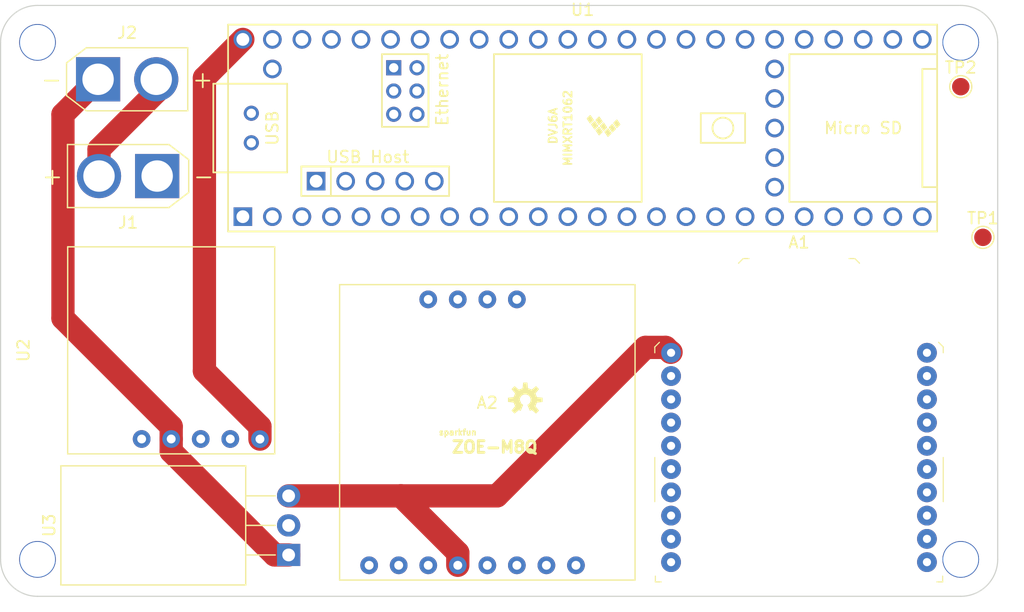
<source format=kicad_pcb>
(kicad_pcb (version 20171130) (host pcbnew "(5.1.10)-1")

  (general
    (thickness 1.6)
    (drawings 8)
    (tracks 26)
    (zones 0)
    (modules 9)
    (nets 72)
  )

  (page A4)
  (layers
    (0 F.Cu signal)
    (31 B.Cu signal)
    (32 B.Adhes user)
    (33 F.Adhes user)
    (34 B.Paste user)
    (35 F.Paste user)
    (36 B.SilkS user)
    (37 F.SilkS user)
    (38 B.Mask user)
    (39 F.Mask user)
    (40 Dwgs.User user)
    (41 Cmts.User user)
    (42 Eco1.User user)
    (43 Eco2.User user)
    (44 Edge.Cuts user)
    (45 Margin user)
    (46 B.CrtYd user)
    (47 F.CrtYd user)
    (48 B.Fab user)
    (49 F.Fab user)
  )

  (setup
    (last_trace_width 2)
    (user_trace_width 0.25)
    (user_trace_width 0.4)
    (user_trace_width 0.6)
    (user_trace_width 1)
    (user_trace_width 2)
    (user_trace_width 4)
    (trace_clearance 0.2)
    (zone_clearance 0.508)
    (zone_45_only no)
    (trace_min 0.2)
    (via_size 0.8)
    (via_drill 0.4)
    (via_min_size 0.4)
    (via_min_drill 0.3)
    (user_via 0.4 0.3)
    (user_via 0.5 0.4)
    (user_via 1.25 1)
    (user_via 3.15 3)
    (uvia_size 0.3)
    (uvia_drill 0.1)
    (uvias_allowed no)
    (uvia_min_size 0.2)
    (uvia_min_drill 0.1)
    (edge_width 0.05)
    (segment_width 0.2)
    (pcb_text_width 0.3)
    (pcb_text_size 1.5 1.5)
    (mod_edge_width 0.12)
    (mod_text_size 1 1)
    (mod_text_width 0.15)
    (pad_size 3.8 3.8)
    (pad_drill 2.7)
    (pad_to_mask_clearance 0)
    (aux_axis_origin 0 0)
    (visible_elements 7FFFFFFF)
    (pcbplotparams
      (layerselection 0x010fc_ffffffff)
      (usegerberextensions true)
      (usegerberattributes true)
      (usegerberadvancedattributes true)
      (creategerberjobfile false)
      (excludeedgelayer true)
      (linewidth 0.100000)
      (plotframeref false)
      (viasonmask false)
      (mode 1)
      (useauxorigin false)
      (hpglpennumber 1)
      (hpglpenspeed 20)
      (hpglpendiameter 15.000000)
      (psnegative false)
      (psa4output false)
      (plotreference true)
      (plotvalue false)
      (plotinvisibletext false)
      (padsonsilk false)
      (subtractmaskfromsilk true)
      (outputformat 1)
      (mirror false)
      (drillshape 0)
      (scaleselection 1)
      (outputdirectory "../gerbers/attempt2/"))
  )

  (net 0 "")
  (net 1 GND)
  (net 2 +5V)
  (net 3 "Net-(J1-Pad2)")
  (net 4 "Net-(TP1-Pad1)")
  (net 5 "Net-(A2-Pad9)")
  (net 6 +3V3)
  (net 7 /XBEE_TX)
  (net 8 /XBEE_RX)
  (net 9 /XBee_MISO)
  (net 10 /XBee_Reset)
  (net 11 /XBee_PWM)
  (net 12 /XBEE_SDA)
  (net 13 "Net-(A1-Pad8)")
  (net 14 /XBee_DTR)
  (net 15 /XBee_MOSI)
  (net 16 "Net-(A1-Pad12)")
  (net 17 /XBEE_SLEEP)
  (net 18 "Net-(A1-Pad14)")
  (net 19 "Net-(A1-Pad15)")
  (net 20 "Net-(A1-Pad16)")
  (net 21 /XBee_CS)
  (net 22 /XBee_SCK)
  (net 23 /XBEE_SCL)
  (net 24 "Net-(A1-Pad20)")
  (net 25 /GPS_PPS)
  (net 26 /GPS_RESET)
  (net 27 /GPS_INT)
  (net 28 /GPS_RX)
  (net 29 "Net-(A2-Pad1)")
  (net 30 /GPS_TX)
  (net 31 /GPS_SDA)
  (net 32 "Net-(A2-Pad5)")
  (net 33 /GPS_SCL)
  (net 34 "Net-(J2-Pad1)")
  (net 35 "Net-(U1-Pad49)")
  (net 36 "Net-(U1-Pad57)")
  (net 37 "Net-(U1-Pad56)")
  (net 38 "Net-(U1-Pad45)")
  (net 39 "Net-(U1-Pad43)")
  (net 40 "Net-(U1-Pad42)")
  (net 41 "Net-(U1-Pad4)")
  (net 42 "Net-(U1-Pad5)")
  (net 43 "Net-(U1-Pad6)")
  (net 44 "Net-(U1-Pad7)")
  (net 45 "Net-(U1-Pad8)")
  (net 46 "Net-(U1-Pad9)")
  (net 47 "Net-(U1-Pad10)")
  (net 48 "Net-(U1-Pad11)")
  (net 49 "Net-(U1-Pad33)")
  (net 50 "Net-(U1-Pad32)")
  (net 51 "Net-(U1-Pad31)")
  (net 52 /XBee_RESET)
  (net 53 "Net-(U1-Pad27)")
  (net 54 "Net-(U1-Pad26)")
  (net 55 "Net-(U1-Pad24)")
  (net 56 "Net-(U1-Pad23)")
  (net 57 "Net-(U1-Pad22)")
  (net 58 "Net-(U1-Pad16)")
  (net 59 "Net-(U1-Pad19)")
  (net 60 "Net-(U1-Pad18)")
  (net 61 "Net-(U1-Pad17)")
  (net 62 "Net-(U1-Pad60)")
  (net 63 "Net-(U1-Pad65)")
  (net 64 "Net-(U1-Pad61)")
  (net 65 "Net-(U1-Pad63)")
  (net 66 "Net-(U1-Pad62)")
  (net 67 "Net-(U1-Pad53)")
  (net 68 "Net-(U1-Pad54)")
  (net 69 "Net-(U1-Pad67)")
  (net 70 "Net-(U1-Pad66)")
  (net 71 "Net-(U2-Pad1)")

  (net_class Default "This is the default net class."
    (clearance 0.2)
    (trace_width 0.25)
    (via_dia 0.8)
    (via_drill 0.4)
    (uvia_dia 0.3)
    (uvia_drill 0.1)
    (add_net +3V3)
    (add_net +5V)
    (add_net /GPS_INT)
    (add_net /GPS_PPS)
    (add_net /GPS_RESET)
    (add_net /GPS_RX)
    (add_net /GPS_SCL)
    (add_net /GPS_SDA)
    (add_net /GPS_TX)
    (add_net /XBEE_RX)
    (add_net /XBEE_SCL)
    (add_net /XBEE_SDA)
    (add_net /XBEE_SLEEP)
    (add_net /XBEE_TX)
    (add_net /XBee_CS)
    (add_net /XBee_DTR)
    (add_net /XBee_MISO)
    (add_net /XBee_MOSI)
    (add_net /XBee_PWM)
    (add_net /XBee_RESET)
    (add_net /XBee_Reset)
    (add_net /XBee_SCK)
    (add_net GND)
    (add_net "Net-(A1-Pad12)")
    (add_net "Net-(A1-Pad14)")
    (add_net "Net-(A1-Pad15)")
    (add_net "Net-(A1-Pad16)")
    (add_net "Net-(A1-Pad20)")
    (add_net "Net-(A1-Pad8)")
    (add_net "Net-(A2-Pad1)")
    (add_net "Net-(A2-Pad5)")
    (add_net "Net-(A2-Pad9)")
    (add_net "Net-(J1-Pad2)")
    (add_net "Net-(J2-Pad1)")
    (add_net "Net-(TP1-Pad1)")
    (add_net "Net-(U1-Pad10)")
    (add_net "Net-(U1-Pad11)")
    (add_net "Net-(U1-Pad16)")
    (add_net "Net-(U1-Pad17)")
    (add_net "Net-(U1-Pad18)")
    (add_net "Net-(U1-Pad19)")
    (add_net "Net-(U1-Pad22)")
    (add_net "Net-(U1-Pad23)")
    (add_net "Net-(U1-Pad24)")
    (add_net "Net-(U1-Pad26)")
    (add_net "Net-(U1-Pad27)")
    (add_net "Net-(U1-Pad31)")
    (add_net "Net-(U1-Pad32)")
    (add_net "Net-(U1-Pad33)")
    (add_net "Net-(U1-Pad4)")
    (add_net "Net-(U1-Pad42)")
    (add_net "Net-(U1-Pad43)")
    (add_net "Net-(U1-Pad45)")
    (add_net "Net-(U1-Pad49)")
    (add_net "Net-(U1-Pad5)")
    (add_net "Net-(U1-Pad53)")
    (add_net "Net-(U1-Pad54)")
    (add_net "Net-(U1-Pad56)")
    (add_net "Net-(U1-Pad57)")
    (add_net "Net-(U1-Pad6)")
    (add_net "Net-(U1-Pad60)")
    (add_net "Net-(U1-Pad61)")
    (add_net "Net-(U1-Pad62)")
    (add_net "Net-(U1-Pad63)")
    (add_net "Net-(U1-Pad65)")
    (add_net "Net-(U1-Pad66)")
    (add_net "Net-(U1-Pad67)")
    (add_net "Net-(U1-Pad7)")
    (add_net "Net-(U1-Pad8)")
    (add_net "Net-(U1-Pad9)")
    (add_net "Net-(U2-Pad1)")
  )

  (module "GPS Board:XBEE-20_THT" (layer F.Cu) (tedit 59CA6E5E) (tstamp 6259A0E7)
    (at 179.7685 99.187)
    (descr https://www.digi.com/pdf/ds_xbeemultipointmodules.pdf)
    (path /61AB64FA)
    (fp_text reference A1 (at 0 -18.49) (layer F.SilkS)
      (effects (font (size 1 1) (thickness 0.15)))
    )
    (fp_text value XBee-3-Pro (at 0 12.45) (layer F.Fab)
      (effects (font (size 1 1) (thickness 0.15)))
    )
    (fp_line (start -12.25 -9.5) (end -12.25 10.6) (layer F.Fab) (width 0.1))
    (fp_line (start 12.25 -9.5) (end 12.25 10.6) (layer F.Fab) (width 0.1))
    (fp_line (start -12.25 10.6) (end 12.25 10.6) (layer F.Fab) (width 0.1))
    (fp_line (start -4.75 -17) (end 4.75 -17) (layer F.Fab) (width 0.1))
    (fp_line (start 4.75 -17) (end 12.25 -9.5) (layer F.Fab) (width 0.1))
    (fp_line (start -12.25 -9.5) (end -4.75 -17) (layer F.Fab) (width 0.1))
    (fp_line (start 12.35 10.7) (end 11.85 10.7) (layer F.SilkS) (width 0.1))
    (fp_line (start 12.35 10.7) (end 12.35 10.2) (layer F.SilkS) (width 0.1))
    (fp_line (start -12.35 10.7) (end -11.85 10.7) (layer F.SilkS) (width 0.1))
    (fp_line (start -12.35 10.7) (end -12.35 10.2) (layer F.SilkS) (width 0.1))
    (fp_line (start -12.4 -9.5) (end -12.4 -9) (layer F.SilkS) (width 0.1))
    (fp_line (start -12.4 -9.5) (end -12 -9.9) (layer F.SilkS) (width 0.1))
    (fp_line (start 12.4 -9.5) (end 12 -9.9) (layer F.SilkS) (width 0.1))
    (fp_line (start 12.4 -9.5) (end 12.4 -9) (layer F.SilkS) (width 0.1))
    (fp_line (start -4.8 -17.1) (end -5.2 -16.7) (layer F.SilkS) (width 0.1))
    (fp_line (start -4.8 -17.1) (end -4.3 -17.1) (layer F.SilkS) (width 0.1))
    (fp_line (start 4.8 -17.1) (end 4.3 -17.1) (layer F.SilkS) (width 0.1))
    (fp_line (start 4.8 -17.1) (end 5.2 -16.7) (layer F.SilkS) (width 0.1))
    (fp_line (start -12.4 0) (end -12.4 3.8) (layer F.SilkS) (width 0.1))
    (fp_line (start 12.4 0) (end 12.4 3.8) (layer F.SilkS) (width 0.1))
    (fp_line (start -12.5 -17.25) (end -12.5 10.85) (layer F.CrtYd) (width 0.05))
    (fp_line (start 12.5 -17.25) (end 12.5 10.85) (layer F.CrtYd) (width 0.05))
    (fp_line (start -12.5 10.85) (end 12.5 10.85) (layer F.CrtYd) (width 0.05))
    (fp_line (start -12.5 -17.25) (end 12.5 -17.25) (layer F.CrtYd) (width 0.05))
    (fp_text user %R (at 0 0) (layer F.Fab)
      (effects (font (size 1 1) (thickness 0.15)))
    )
    (pad 1 thru_hole circle (at -11 -9) (size 1.7 1.7) (drill 0.7) (layers *.Cu *.Mask)
      (net 6 +3V3))
    (pad 2 thru_hole circle (at -11 -7) (size 1.7 1.7) (drill 0.7) (layers *.Cu *.Mask)
      (net 7 /XBEE_TX))
    (pad 3 thru_hole circle (at -11 -5) (size 1.7 1.7) (drill 0.7) (layers *.Cu *.Mask)
      (net 8 /XBEE_RX))
    (pad 4 thru_hole circle (at -11 -3) (size 1.7 1.7) (drill 0.7) (layers *.Cu *.Mask)
      (net 9 /XBee_MISO))
    (pad 5 thru_hole circle (at -11 -1) (size 1.7 1.7) (drill 0.7) (layers *.Cu *.Mask)
      (net 10 /XBee_Reset))
    (pad 6 thru_hole circle (at -11 1) (size 1.7 1.7) (drill 0.7) (layers *.Cu *.Mask)
      (net 11 /XBee_PWM))
    (pad 7 thru_hole circle (at -11 3) (size 1.7 1.7) (drill 0.7) (layers *.Cu *.Mask)
      (net 12 /XBEE_SDA))
    (pad 8 thru_hole circle (at -11 5) (size 1.7 1.7) (drill 0.7) (layers *.Cu *.Mask)
      (net 13 "Net-(A1-Pad8)"))
    (pad 9 thru_hole circle (at -11 7) (size 1.7 1.7) (drill 0.7) (layers *.Cu *.Mask)
      (net 14 /XBee_DTR))
    (pad 10 thru_hole circle (at -11 9) (size 1.7 1.7) (drill 0.7) (layers *.Cu *.Mask)
      (net 1 GND))
    (pad 11 thru_hole circle (at 11 9) (size 1.7 1.7) (drill 0.7) (layers *.Cu *.Mask)
      (net 15 /XBee_MOSI))
    (pad 12 thru_hole circle (at 11 7) (size 1.7 1.7) (drill 0.7) (layers *.Cu *.Mask)
      (net 16 "Net-(A1-Pad12)"))
    (pad 13 thru_hole circle (at 11 5) (size 1.7 1.7) (drill 0.7) (layers *.Cu *.Mask)
      (net 17 /XBEE_SLEEP))
    (pad 14 thru_hole circle (at 11 3) (size 1.7 1.7) (drill 0.7) (layers *.Cu *.Mask)
      (net 18 "Net-(A1-Pad14)"))
    (pad 15 thru_hole circle (at 11 1) (size 1.7 1.7) (drill 0.7) (layers *.Cu *.Mask)
      (net 19 "Net-(A1-Pad15)"))
    (pad 16 thru_hole circle (at 11 -1) (size 1.7 1.7) (drill 0.7) (layers *.Cu *.Mask)
      (net 20 "Net-(A1-Pad16)"))
    (pad 17 thru_hole circle (at 11 -3) (size 1.7 1.7) (drill 0.7) (layers *.Cu *.Mask)
      (net 21 /XBee_CS))
    (pad 18 thru_hole circle (at 11 -5) (size 1.7 1.7) (drill 0.7) (layers *.Cu *.Mask)
      (net 22 /XBee_SCK))
    (pad 19 thru_hole circle (at 11 -7) (size 1.7 1.7) (drill 0.7) (layers *.Cu *.Mask)
      (net 23 /XBEE_SCL))
    (pad 20 thru_hole circle (at 11 -9) (size 1.7 1.7) (drill 0.7) (layers *.Cu *.Mask)
      (net 24 "Net-(A1-Pad20)"))
  )

  (module "GPS Board:Sparkfun-GPS-ZOE-M8Q-Breakout" (layer F.Cu) (tedit 61B52542) (tstamp 625978B5)
    (at 152.9715 97.028)
    (path /61AAF79D)
    (fp_text reference A2 (at 0 -2.54) (layer F.SilkS)
      (effects (font (size 1 1) (thickness 0.15)))
    )
    (fp_text value Sparkfun-GPS-Breakout (at 0 -15) (layer F.Fab)
      (effects (font (size 1 1) (thickness 0.15)))
    )
    (fp_line (start 12.7 -12.7) (end -12.7 -12.7) (layer Dwgs.User) (width 0.12))
    (fp_line (start 12.7 12.7) (end 12.7 -12.7) (layer Dwgs.User) (width 0.12))
    (fp_line (start -12.7 12.7) (end 12.7 12.7) (layer Dwgs.User) (width 0.12))
    (fp_line (start -12.7 -12.7) (end -12.7 12.7) (layer Dwgs.User) (width 0.12))
    (fp_line (start 12.7 -12.7) (end -12.7 -12.7) (layer F.SilkS) (width 0.12))
    (fp_line (start 12.7 12.7) (end 12.7 -12.7) (layer F.SilkS) (width 0.12))
    (fp_line (start -12.7 12.7) (end 12.7 12.7) (layer F.SilkS) (width 0.12))
    (fp_line (start -12.7 0) (end -12.7 12.7) (layer F.SilkS) (width 0.12))
    (fp_line (start -12.7 -12.7) (end -12.7 0) (layer F.SilkS) (width 0.12))
    (fp_poly (pts (xy 3.6575 -1.8412) (xy 3.8093 -1.9194) (xy 4.1863 -1.612) (xy 4.4448 -1.8705)
      (xy 4.1374 -2.2475) (xy 4.2677 -2.562) (xy 4.7516 -2.6112) (xy 4.7516 -2.9768)
      (xy 4.2677 -3.026) (xy 4.1374 -3.3405) (xy 4.4448 -3.7175) (xy 4.1863 -3.976)
      (xy 3.8093 -3.6686) (xy 3.657464 -3.746817) (xy 3.4948 -3.7989) (xy 3.4456 -4.2828)
      (xy 3.08 -4.2828) (xy 3.0308 -3.7989) (xy 2.7163 -3.6686) (xy 2.3393 -3.976)
      (xy 2.0808 -3.7175) (xy 2.3882 -3.3405) (xy 2.2579 -3.026) (xy 1.774 -2.9768)
      (xy 1.774 -2.6112) (xy 2.2579 -2.562) (xy 2.3882 -2.2475) (xy 2.0808 -1.8705)
      (xy 2.3393 -1.612) (xy 2.7163 -1.9194) (xy 2.790579 -1.877153) (xy 2.8681 -1.8412)
      (xy 3.0834 -2.3609) (xy 3.083401 -2.3609) (xy 2.9313 -2.462507) (xy 2.794 -2.794)
      (xy 2.816161 -2.936321) (xy 2.880491 -3.065193) (xy 2.980915 -3.168447) (xy 3.107951 -3.236333)
      (xy 3.249601 -3.262439) (xy 3.392491 -3.244302) (xy 3.523126 -3.183633) (xy 3.629172 -3.086161)
      (xy 3.700614 -2.961091) (xy 3.730706 -2.820234) (xy 3.716606 -2.676889) (xy 3.659646 -2.544594)
      (xy 3.565205 -2.435841) (xy 3.4422 -2.3609)) (layer F.SilkS) (width 0))
    (fp_text user ZOE-M8Q (at 0.635 1.27) (layer F.SilkS)
      (effects (font (size 1 1) (thickness 0.25)))
    )
    (fp_text user sparkfun (at -2.54 0) (layer F.SilkS)
      (effects (font (size 0.5 0.5) (thickness 0.125)))
    )
    (pad "" np_thru_hole circle (at 10.16 -10.16) (size 3.048 3.048) (drill 3.048) (layers *.Cu *.Mask))
    (pad "" np_thru_hole circle (at -10.16 -10.16) (size 3.048 3.048) (drill 3.048) (layers *.Cu *.Mask))
    (pad 9 thru_hole circle (at -5.08 -11.43) (size 1.524 1.524) (drill 0.762) (layers *.Cu *.Mask)
      (net 5 "Net-(A2-Pad9)"))
    (pad 10 thru_hole circle (at -2.54 -11.43) (size 1.524 1.524) (drill 0.762) (layers *.Cu *.Mask)
      (net 25 /GPS_PPS))
    (pad 11 thru_hole circle (at 0 -11.43) (size 1.524 1.524) (drill 0.762) (layers *.Cu *.Mask)
      (net 26 /GPS_RESET))
    (pad 12 thru_hole circle (at 2.54 -11.43) (size 1.524 1.524) (drill 0.762) (layers *.Cu *.Mask)
      (net 27 /GPS_INT))
    (pad 4 thru_hole circle (at -2.54 11.43) (size 1.524 1.524) (drill 0.762) (layers *.Cu *.Mask)
      (net 6 +3V3))
    (pad 3 thru_hole circle (at -5.08 11.43) (size 1.524 1.524) (drill 0.762) (layers *.Cu *.Mask)
      (net 28 /GPS_RX))
    (pad 1 thru_hole circle (at -10.16 11.43) (size 1.524 1.524) (drill 0.762) (layers *.Cu *.Mask)
      (net 29 "Net-(A2-Pad1)"))
    (pad 2 thru_hole circle (at -7.62 11.43) (size 1.524 1.524) (drill 0.762) (layers *.Cu *.Mask)
      (net 30 /GPS_TX))
    (pad 8 thru_hole circle (at 7.62 11.43) (size 1.524 1.524) (drill 0.762) (layers *.Cu *.Mask)
      (net 31 /GPS_SDA))
    (pad 5 thru_hole circle (at 0 11.43) (size 1.524 1.524) (drill 0.762) (layers *.Cu *.Mask)
      (net 32 "Net-(A2-Pad5)"))
    (pad 6 thru_hole circle (at 2.54 11.43) (size 1.524 1.524) (drill 0.762) (layers *.Cu *.Mask)
      (net 1 GND))
    (pad 7 thru_hole circle (at 5.08 11.43) (size 1.524 1.524) (drill 0.762) (layers *.Cu *.Mask)
      (net 33 /GPS_SCL))
  )

  (module Connector_AMASS:AMASS_XT30U-M_1x02_P5.0mm_Vertical (layer F.Cu) (tedit 5C8E9CCA) (tstamp 625978D0)
    (at 124.587 74.9935 180)
    (descr "Connector XT30 Vertical Cable Male, https://www.tme.eu/en/Document/3cbfa5cfa544d79584972dd5234a409e/XT30U%20SPEC.pdf")
    (tags "RC Connector XT30")
    (path /61A95F1A)
    (fp_text reference J1 (at 2.5 -4) (layer F.SilkS)
      (effects (font (size 1 1) (thickness 0.15)))
    )
    (fp_text value XT30-M (at 2.5 4) (layer F.Fab)
      (effects (font (size 1 1) (thickness 0.15)))
    )
    (fp_line (start -3.1 1.8) (end -1.4 3.1) (layer F.CrtYd) (width 0.05))
    (fp_line (start -3.1 -1.8) (end -1.4 -3.1) (layer F.CrtYd) (width 0.05))
    (fp_line (start -1.4 3.1) (end 8.1 3.1) (layer F.CrtYd) (width 0.05))
    (fp_line (start -3.1 -1.8) (end -3.1 1.8) (layer F.CrtYd) (width 0.05))
    (fp_line (start 8.1 -3.1) (end 8.1 3.1) (layer F.CrtYd) (width 0.05))
    (fp_line (start -1.4 -3.1) (end 8.1 -3.1) (layer F.CrtYd) (width 0.05))
    (fp_line (start -2.71 -1.41) (end -2.71 1.41) (layer F.SilkS) (width 0.12))
    (fp_line (start -2.71 1.41) (end -1.01 2.71) (layer F.SilkS) (width 0.12))
    (fp_line (start -2.71 -1.41) (end -1.01 -2.71) (layer F.SilkS) (width 0.12))
    (fp_line (start -1.01 2.71) (end 7.71 2.71) (layer F.SilkS) (width 0.12))
    (fp_line (start 7.71 -2.71) (end 7.71 2.71) (layer F.SilkS) (width 0.12))
    (fp_line (start -1.01 -2.71) (end 7.71 -2.71) (layer F.SilkS) (width 0.12))
    (fp_line (start -2.6 1.3) (end -0.9 2.6) (layer F.Fab) (width 0.1))
    (fp_line (start -2.6 -1.3) (end -0.9 -2.6) (layer F.Fab) (width 0.1))
    (fp_line (start -0.9 2.6) (end 7.6 2.6) (layer F.Fab) (width 0.1))
    (fp_line (start -0.9 -2.6) (end 7.6 -2.6) (layer F.Fab) (width 0.1))
    (fp_line (start 7.6 -2.6) (end 7.6 2.6) (layer F.Fab) (width 0.1))
    (fp_line (start -2.6 -1.3) (end -2.6 1.3) (layer F.Fab) (width 0.1))
    (fp_text user %R (at 2.5 0) (layer F.Fab)
      (effects (font (size 1 1) (thickness 0.15)))
    )
    (fp_text user + (at 9 0) (layer F.SilkS)
      (effects (font (size 1.5 1.5) (thickness 0.15)))
    )
    (fp_text user - (at -4 0) (layer F.SilkS)
      (effects (font (size 1.5 1.5) (thickness 0.15)))
    )
    (pad 1 thru_hole rect (at 0 0 180) (size 3.8 3.8) (drill 2.7) (layers *.Cu *.Mask)
      (net 1 GND))
    (pad 2 thru_hole circle (at 5 0 180) (size 3.8 3.8) (drill 2.7) (layers *.Cu *.Mask)
      (net 3 "Net-(J1-Pad2)"))
    (model ${KISYS3DMOD}/Connector_AMASS.3dshapes/AMASS_XT30U-M_1x02_P5.0mm_Vertical.wrl
      (at (xyz 0 0 0))
      (scale (xyz 1 1 1))
      (rotate (xyz 0 0 0))
    )
  )

  (module Connector_AMASS:AMASS_XT30U-M_1x02_P5.0mm_Vertical (layer F.Cu) (tedit 5C8E9CCA) (tstamp 625978EB)
    (at 119.507 66.675)
    (descr "Connector XT30 Vertical Cable Male, https://www.tme.eu/en/Document/3cbfa5cfa544d79584972dd5234a409e/XT30U%20SPEC.pdf")
    (tags "RC Connector XT30")
    (path /61A98361)
    (fp_text reference J2 (at 2.5 -4) (layer F.SilkS)
      (effects (font (size 1 1) (thickness 0.15)))
    )
    (fp_text value XT30-M (at 2.5 4) (layer F.Fab)
      (effects (font (size 1 1) (thickness 0.15)))
    )
    (fp_text user - (at -4 0) (layer F.SilkS)
      (effects (font (size 1.5 1.5) (thickness 0.15)))
    )
    (fp_text user + (at 9 0) (layer F.SilkS)
      (effects (font (size 1.5 1.5) (thickness 0.15)))
    )
    (fp_text user %R (at 2.5 0) (layer F.Fab)
      (effects (font (size 1 1) (thickness 0.15)))
    )
    (fp_line (start -2.6 -1.3) (end -2.6 1.3) (layer F.Fab) (width 0.1))
    (fp_line (start 7.6 -2.6) (end 7.6 2.6) (layer F.Fab) (width 0.1))
    (fp_line (start -0.9 -2.6) (end 7.6 -2.6) (layer F.Fab) (width 0.1))
    (fp_line (start -0.9 2.6) (end 7.6 2.6) (layer F.Fab) (width 0.1))
    (fp_line (start -2.6 -1.3) (end -0.9 -2.6) (layer F.Fab) (width 0.1))
    (fp_line (start -2.6 1.3) (end -0.9 2.6) (layer F.Fab) (width 0.1))
    (fp_line (start -1.01 -2.71) (end 7.71 -2.71) (layer F.SilkS) (width 0.12))
    (fp_line (start 7.71 -2.71) (end 7.71 2.71) (layer F.SilkS) (width 0.12))
    (fp_line (start -1.01 2.71) (end 7.71 2.71) (layer F.SilkS) (width 0.12))
    (fp_line (start -2.71 -1.41) (end -1.01 -2.71) (layer F.SilkS) (width 0.12))
    (fp_line (start -2.71 1.41) (end -1.01 2.71) (layer F.SilkS) (width 0.12))
    (fp_line (start -2.71 -1.41) (end -2.71 1.41) (layer F.SilkS) (width 0.12))
    (fp_line (start -1.4 -3.1) (end 8.1 -3.1) (layer F.CrtYd) (width 0.05))
    (fp_line (start 8.1 -3.1) (end 8.1 3.1) (layer F.CrtYd) (width 0.05))
    (fp_line (start -3.1 -1.8) (end -3.1 1.8) (layer F.CrtYd) (width 0.05))
    (fp_line (start -1.4 3.1) (end 8.1 3.1) (layer F.CrtYd) (width 0.05))
    (fp_line (start -3.1 -1.8) (end -1.4 -3.1) (layer F.CrtYd) (width 0.05))
    (fp_line (start -3.1 1.8) (end -1.4 3.1) (layer F.CrtYd) (width 0.05))
    (pad 2 thru_hole circle (at 5 0) (size 3.8 3.8) (drill 2.7) (layers *.Cu *.Mask)
      (net 3 "Net-(J1-Pad2)"))
    (pad 1 thru_hole rect (at 0 0) (size 3.8 3.8) (drill 2.7) (layers *.Cu *.Mask)
      (net 34 "Net-(J2-Pad1)"))
    (model ${KISYS3DMOD}/Connector_AMASS.3dshapes/AMASS_XT30U-M_1x02_P5.0mm_Vertical.wrl
      (at (xyz 0 0 0))
      (scale (xyz 1 1 1))
      (rotate (xyz 0 0 0))
    )
  )

  (module TestPoint:TestPoint_Pad_D1.5mm (layer F.Cu) (tedit 5A0F774F) (tstamp 625978F3)
    (at 195.58 80.264)
    (descr "SMD pad as test Point, diameter 1.5mm")
    (tags "test point SMD pad")
    (path /61ACF9DD)
    (attr virtual)
    (fp_text reference TP1 (at 0 -1.648) (layer F.SilkS)
      (effects (font (size 1 1) (thickness 0.15)))
    )
    (fp_text value TestPoint (at 0 1.75) (layer F.Fab)
      (effects (font (size 1 1) (thickness 0.15)))
    )
    (fp_text user %R (at 0 -1.65) (layer F.Fab)
      (effects (font (size 1 1) (thickness 0.15)))
    )
    (fp_circle (center 0 0) (end 1.25 0) (layer F.CrtYd) (width 0.05))
    (fp_circle (center 0 0) (end 0 0.95) (layer F.SilkS) (width 0.12))
    (pad 1 smd circle (at 0 0) (size 1.5 1.5) (layers F.Cu F.Mask)
      (net 4 "Net-(TP1-Pad1)"))
  )

  (module TestPoint:TestPoint_Pad_D1.5mm (layer F.Cu) (tedit 5A0F774F) (tstamp 625978FB)
    (at 193.675 67.31)
    (descr "SMD pad as test Point, diameter 1.5mm")
    (tags "test point SMD pad")
    (path /61ACEA37)
    (attr virtual)
    (fp_text reference TP2 (at 0 -1.648) (layer F.SilkS)
      (effects (font (size 1 1) (thickness 0.15)))
    )
    (fp_text value TestPoint (at 0 1.75) (layer F.Fab)
      (effects (font (size 1 1) (thickness 0.15)))
    )
    (fp_circle (center 0 0) (end 0 0.95) (layer F.SilkS) (width 0.12))
    (fp_circle (center 0 0) (end 1.25 0) (layer F.CrtYd) (width 0.05))
    (fp_text user %R (at 0 -1.65) (layer F.Fab)
      (effects (font (size 1 1) (thickness 0.15)))
    )
    (pad 1 smd circle (at 0 0) (size 1.5 1.5) (layers F.Cu F.Mask)
      (net 1 GND))
  )

  (module "GPS Board:Teensy41" (layer F.Cu) (tedit 5FD6DEAD) (tstamp 625999EA)
    (at 161.163 70.866)
    (path /61A899BD)
    (fp_text reference U1 (at 0 -10.16) (layer F.SilkS)
      (effects (font (size 1 1) (thickness 0.15)))
    )
    (fp_text value Teensy4.1 (at 0 10.16) (layer F.Fab)
      (effects (font (size 1 1) (thickness 0.15)))
    )
    (fp_poly (pts (xy 3.197 -0.307) (xy 2.943 -0.053) (xy 2.689 -0.434) (xy 2.943 -0.688)) (layer F.SilkS) (width 0.1))
    (fp_poly (pts (xy 2.816 0.074) (xy 2.562 0.328) (xy 2.308 -0.053) (xy 2.562 -0.307)) (layer F.SilkS) (width 0.1))
    (fp_poly (pts (xy 0.911 -0.688) (xy 0.657 -0.434) (xy 0.403 -0.815) (xy 0.657 -1.069)) (layer F.SilkS) (width 0.1))
    (fp_poly (pts (xy 1.292 -0.18) (xy 1.038 0.074) (xy 0.784 -0.307) (xy 1.038 -0.561)) (layer F.SilkS) (width 0.1))
    (fp_poly (pts (xy 1.673 0.328) (xy 1.419 0.582) (xy 1.165 0.201) (xy 1.419 -0.053)) (layer F.SilkS) (width 0.1))
    (fp_poly (pts (xy 1.673 -0.561) (xy 1.419 -0.307) (xy 1.165 -0.688) (xy 1.419 -0.942)) (layer F.SilkS) (width 0.1))
    (fp_poly (pts (xy 2.054 -0.053) (xy 1.8 0.201) (xy 1.546 -0.18) (xy 1.8 -0.434)) (layer F.SilkS) (width 0.1))
    (fp_poly (pts (xy 2.435 0.455) (xy 2.181 0.709) (xy 1.927 0.328) (xy 2.181 0.074)) (layer F.SilkS) (width 0.1))
    (fp_line (start -30.48 8.89) (end -30.48 -8.89) (layer F.SilkS) (width 0.15))
    (fp_line (start 30.48 8.89) (end -30.48 8.89) (layer F.SilkS) (width 0.15))
    (fp_line (start 30.48 -8.89) (end 30.48 8.89) (layer F.SilkS) (width 0.15))
    (fp_line (start -30.48 -8.89) (end 30.48 -8.89) (layer F.SilkS) (width 0.15))
    (fp_line (start -25.4 3.81) (end -30.48 3.81) (layer F.SilkS) (width 0.15))
    (fp_line (start -25.4 -3.81) (end -30.48 -3.81) (layer F.SilkS) (width 0.15))
    (fp_line (start -25.4 3.81) (end -25.4 -3.81) (layer F.SilkS) (width 0.15))
    (fp_line (start -31.75 -3.81) (end -30.48 -3.81) (layer F.SilkS) (width 0.15))
    (fp_line (start -31.75 3.81) (end -31.75 -3.81) (layer F.SilkS) (width 0.15))
    (fp_line (start -30.48 3.81) (end -31.75 3.81) (layer F.SilkS) (width 0.15))
    (fp_line (start 30.48 -6.35) (end 17.78 -6.35) (layer F.SilkS) (width 0.15))
    (fp_line (start 17.78 -6.35) (end 17.78 6.35) (layer F.SilkS) (width 0.15))
    (fp_line (start 17.78 6.35) (end 30.48 6.35) (layer F.SilkS) (width 0.15))
    (fp_line (start 30.48 -5.08) (end 29.21 -5.08) (layer F.SilkS) (width 0.15))
    (fp_line (start 29.21 -5.08) (end 29.21 5.08) (layer F.SilkS) (width 0.15))
    (fp_line (start 29.21 5.08) (end 30.48 5.08) (layer F.SilkS) (width 0.15))
    (fp_line (start 13.97 -1.27) (end 13.97 1.27) (layer F.SilkS) (width 0.15))
    (fp_line (start 13.97 1.27) (end 10.16 1.27) (layer F.SilkS) (width 0.15))
    (fp_line (start 10.16 1.27) (end 10.16 -1.27) (layer F.SilkS) (width 0.15))
    (fp_line (start 10.16 -1.27) (end 13.97 -1.27) (layer F.SilkS) (width 0.15))
    (fp_line (start -24.1808 3.2992) (end -11.4808 3.2992) (layer F.SilkS) (width 0.15))
    (fp_line (start -11.4808 3.2992) (end -11.4808 5.8392) (layer F.SilkS) (width 0.15))
    (fp_line (start -11.4808 5.8392) (end -24.1808 5.8392) (layer F.SilkS) (width 0.15))
    (fp_line (start -24.1808 5.8392) (end -24.1808 3.2992) (layer F.SilkS) (width 0.15))
    (fp_line (start -24.1808 3.2992) (end -21.6408 3.2992) (layer F.SilkS) (width 0.15))
    (fp_line (start -21.6408 3.2992) (end -21.6408 5.8392) (layer F.SilkS) (width 0.15))
    (fp_line (start -17.25 -6.1016) (end -17.25 -0.1016) (layer F.SilkS) (width 0.15))
    (fp_line (start -17.25 -0.1016) (end -13.25 -0.1016) (layer F.SilkS) (width 0.15))
    (fp_line (start -13.25 -0.1016) (end -13.25 -6.3516) (layer F.SilkS) (width 0.15))
    (fp_line (start -13.25 -6.3516) (end -17.25 -6.3516) (layer F.SilkS) (width 0.15))
    (fp_line (start -17.25 -6.3516) (end -17.25 -6.1016) (layer F.SilkS) (width 0.15))
    (fp_line (start -7.62 6.35) (end 5.08 6.35) (layer F.SilkS) (width 0.15))
    (fp_line (start 5.08 6.35) (end 5.08 -6.35) (layer F.SilkS) (width 0.15))
    (fp_line (start 5.08 -6.35) (end -7.62 -6.35) (layer F.SilkS) (width 0.15))
    (fp_line (start -7.62 -6.35) (end -7.62 6.35) (layer F.SilkS) (width 0.15))
    (fp_circle (center 12.065 0) (end 12.7 -0.635) (layer F.SilkS) (width 0.15))
    (fp_text user DVJ6A (at -2.54 -0.18 -90) (layer F.SilkS)
      (effects (font (size 0.7 0.7) (thickness 0.15)))
    )
    (fp_text user MIMXRT1062 (at -1.27 0 -90) (layer F.SilkS)
      (effects (font (size 0.7 0.7) (thickness 0.15)))
    )
    (fp_text user "Micro SD" (at 24.13 0) (layer F.SilkS)
      (effects (font (size 1 1) (thickness 0.15)))
    )
    (fp_text user USB (at -26.67 0 270) (layer F.SilkS)
      (effects (font (size 1 1) (thickness 0.15)))
    )
    (fp_text user Ethernet (at -12.065 -3.2766 90) (layer F.SilkS)
      (effects (font (size 1 1) (thickness 0.15)))
    )
    (fp_text user "USB Host" (at -18.4658 2.4892) (layer F.SilkS)
      (effects (font (size 1 1) (thickness 0.15)))
    )
    (pad 49 thru_hole circle (at -26.67 -5.08) (size 1.6 1.6) (drill 1.1) (layers *.Cu *.Mask)
      (net 35 "Net-(U1-Pad49)"))
    (pad 59 thru_hole circle (at -12.7508 4.5692) (size 1.6 1.6) (drill 1.1) (layers *.Cu *.Mask)
      (net 1 GND))
    (pad 58 thru_hole circle (at -15.2908 4.5692) (size 1.6 1.6) (drill 1.1) (layers *.Cu *.Mask)
      (net 1 GND))
    (pad 57 thru_hole circle (at -17.8308 4.5692) (size 1.6 1.6) (drill 1.1) (layers *.Cu *.Mask)
      (net 36 "Net-(U1-Pad57)"))
    (pad 56 thru_hole circle (at -20.3708 4.5692) (size 1.6 1.6) (drill 1.1) (layers *.Cu *.Mask)
      (net 37 "Net-(U1-Pad56)"))
    (pad 55 thru_hole rect (at -22.9108 4.5692) (size 1.6 1.6) (drill 1.1) (layers *.Cu *.Mask)
      (net 2 +5V))
    (pad 48 thru_hole circle (at -29.21 -7.62) (size 1.6 1.6) (drill 1.1) (layers *.Cu *.Mask)
      (net 2 +5V))
    (pad 47 thru_hole circle (at -26.67 -7.62) (size 1.6 1.6) (drill 1.1) (layers *.Cu *.Mask)
      (net 1 GND))
    (pad 46 thru_hole circle (at -24.13 -7.62) (size 1.6 1.6) (drill 1.1) (layers *.Cu *.Mask)
      (net 6 +3V3))
    (pad 45 thru_hole circle (at -21.59 -7.62) (size 1.6 1.6) (drill 1.1) (layers *.Cu *.Mask)
      (net 38 "Net-(U1-Pad45)"))
    (pad 44 thru_hole circle (at -19.05 -7.62) (size 1.6 1.6) (drill 1.1) (layers *.Cu *.Mask)
      (net 11 /XBee_PWM))
    (pad 43 thru_hole circle (at -16.51 -7.62) (size 1.6 1.6) (drill 1.1) (layers *.Cu *.Mask)
      (net 39 "Net-(U1-Pad43)"))
    (pad 42 thru_hole circle (at -13.97 -7.62) (size 1.6 1.6) (drill 1.1) (layers *.Cu *.Mask)
      (net 40 "Net-(U1-Pad42)"))
    (pad 41 thru_hole circle (at -11.43 -7.62) (size 1.6 1.6) (drill 1.1) (layers *.Cu *.Mask)
      (net 33 /GPS_SCL))
    (pad 40 thru_hole circle (at -8.89 -7.62) (size 1.6 1.6) (drill 1.1) (layers *.Cu *.Mask)
      (net 31 /GPS_SDA))
    (pad 39 thru_hole circle (at -6.35 -7.62) (size 1.6 1.6) (drill 1.1) (layers *.Cu *.Mask)
      (net 12 /XBEE_SDA))
    (pad 38 thru_hole circle (at -3.81 -7.62) (size 1.6 1.6) (drill 1.1) (layers *.Cu *.Mask)
      (net 23 /XBEE_SCL))
    (pad 37 thru_hole circle (at -1.27 -7.62) (size 1.6 1.6) (drill 1.1) (layers *.Cu *.Mask)
      (net 25 /GPS_PPS))
    (pad 36 thru_hole circle (at 1.27 -7.62) (size 1.6 1.6) (drill 1.1) (layers *.Cu *.Mask)
      (net 27 /GPS_INT))
    (pad 35 thru_hole circle (at 3.81 -7.62) (size 1.6 1.6) (drill 1.1) (layers *.Cu *.Mask)
      (net 22 /XBee_SCK))
    (pad 1 thru_hole rect (at -29.21 7.62) (size 1.6 1.6) (drill 1.1) (layers *.Cu *.Mask)
      (net 1 GND))
    (pad 2 thru_hole circle (at -26.67 7.62) (size 1.6 1.6) (drill 1.1) (layers *.Cu *.Mask)
      (net 30 /GPS_TX))
    (pad 3 thru_hole circle (at -24.13 7.62) (size 1.6 1.6) (drill 1.1) (layers *.Cu *.Mask)
      (net 28 /GPS_RX))
    (pad 4 thru_hole circle (at -21.59 7.62) (size 1.6 1.6) (drill 1.1) (layers *.Cu *.Mask)
      (net 41 "Net-(U1-Pad4)"))
    (pad 5 thru_hole circle (at -19.05 7.62) (size 1.6 1.6) (drill 1.1) (layers *.Cu *.Mask)
      (net 42 "Net-(U1-Pad5)"))
    (pad 6 thru_hole circle (at -16.51 7.62) (size 1.6 1.6) (drill 1.1) (layers *.Cu *.Mask)
      (net 43 "Net-(U1-Pad6)"))
    (pad 7 thru_hole circle (at -13.97 7.62) (size 1.6 1.6) (drill 1.1) (layers *.Cu *.Mask)
      (net 44 "Net-(U1-Pad7)"))
    (pad 8 thru_hole circle (at -11.43 7.62) (size 1.6 1.6) (drill 1.1) (layers *.Cu *.Mask)
      (net 45 "Net-(U1-Pad8)"))
    (pad 9 thru_hole circle (at -8.89 7.62) (size 1.6 1.6) (drill 1.1) (layers *.Cu *.Mask)
      (net 46 "Net-(U1-Pad9)"))
    (pad 10 thru_hole circle (at -6.35 7.62) (size 1.6 1.6) (drill 1.1) (layers *.Cu *.Mask)
      (net 47 "Net-(U1-Pad10)"))
    (pad 11 thru_hole circle (at -3.81 7.62) (size 1.6 1.6) (drill 1.1) (layers *.Cu *.Mask)
      (net 48 "Net-(U1-Pad11)"))
    (pad 12 thru_hole circle (at -1.27 7.62) (size 1.6 1.6) (drill 1.1) (layers *.Cu *.Mask)
      (net 21 /XBee_CS))
    (pad 13 thru_hole circle (at 1.27 7.62) (size 1.6 1.6) (drill 1.1) (layers *.Cu *.Mask)
      (net 15 /XBee_MOSI))
    (pad 34 thru_hole circle (at 6.35 -7.62) (size 1.6 1.6) (drill 1.1) (layers *.Cu *.Mask)
      (net 1 GND))
    (pad 33 thru_hole circle (at 8.89 -7.62) (size 1.6 1.6) (drill 1.1) (layers *.Cu *.Mask)
      (net 49 "Net-(U1-Pad33)"))
    (pad 32 thru_hole circle (at 11.43 -7.62) (size 1.6 1.6) (drill 1.1) (layers *.Cu *.Mask)
      (net 50 "Net-(U1-Pad32)"))
    (pad 31 thru_hole circle (at 13.97 -7.62) (size 1.6 1.6) (drill 1.1) (layers *.Cu *.Mask)
      (net 51 "Net-(U1-Pad31)"))
    (pad 30 thru_hole circle (at 16.51 -7.62) (size 1.6 1.6) (drill 1.1) (layers *.Cu *.Mask)
      (net 14 /XBee_DTR))
    (pad 29 thru_hole circle (at 19.05 -7.62) (size 1.6 1.6) (drill 1.1) (layers *.Cu *.Mask)
      (net 52 /XBee_RESET))
    (pad 28 thru_hole circle (at 21.59 -7.62) (size 1.6 1.6) (drill 1.1) (layers *.Cu *.Mask)
      (net 26 /GPS_RESET))
    (pad 27 thru_hole circle (at 24.13 -7.62) (size 1.6 1.6) (drill 1.1) (layers *.Cu *.Mask)
      (net 53 "Net-(U1-Pad27)"))
    (pad 26 thru_hole circle (at 26.67 -7.62) (size 1.6 1.6) (drill 1.1) (layers *.Cu *.Mask)
      (net 54 "Net-(U1-Pad26)"))
    (pad 25 thru_hole circle (at 29.21 -7.62) (size 1.6 1.6) (drill 1.1) (layers *.Cu *.Mask)
      (net 17 /XBEE_SLEEP))
    (pad 24 thru_hole circle (at 29.21 7.62) (size 1.6 1.6) (drill 1.1) (layers *.Cu *.Mask)
      (net 55 "Net-(U1-Pad24)"))
    (pad 23 thru_hole circle (at 26.67 7.62) (size 1.6 1.6) (drill 1.1) (layers *.Cu *.Mask)
      (net 56 "Net-(U1-Pad23)"))
    (pad 22 thru_hole circle (at 24.13 7.62) (size 1.6 1.6) (drill 1.1) (layers *.Cu *.Mask)
      (net 57 "Net-(U1-Pad22)"))
    (pad 21 thru_hole circle (at 21.59 7.62) (size 1.6 1.6) (drill 1.1) (layers *.Cu *.Mask)
      (net 8 /XBEE_RX))
    (pad 14 thru_hole circle (at 3.81 7.62) (size 1.6 1.6) (drill 1.1) (layers *.Cu *.Mask)
      (net 9 /XBee_MISO))
    (pad 15 thru_hole circle (at 6.35 7.62) (size 1.6 1.6) (drill 1.1) (layers *.Cu *.Mask)
      (net 6 +3V3))
    (pad 16 thru_hole circle (at 8.89 7.62) (size 1.6 1.6) (drill 1.1) (layers *.Cu *.Mask)
      (net 58 "Net-(U1-Pad16)"))
    (pad 20 thru_hole circle (at 19.05 7.62) (size 1.6 1.6) (drill 1.1) (layers *.Cu *.Mask)
      (net 7 /XBEE_TX))
    (pad 19 thru_hole circle (at 16.51 7.62) (size 1.6 1.6) (drill 1.1) (layers *.Cu *.Mask)
      (net 59 "Net-(U1-Pad19)"))
    (pad 18 thru_hole circle (at 13.97 7.62) (size 1.6 1.6) (drill 1.1) (layers *.Cu *.Mask)
      (net 60 "Net-(U1-Pad18)"))
    (pad 17 thru_hole circle (at 11.43 7.62) (size 1.6 1.6) (drill 1.1) (layers *.Cu *.Mask)
      (net 61 "Net-(U1-Pad17)"))
    (pad 60 thru_hole rect (at -16.24 -5.1816) (size 1.3 1.3) (drill 0.8) (layers *.Cu *.Mask)
      (net 62 "Net-(U1-Pad60)"))
    (pad 65 thru_hole circle (at -14.24 -5.1816) (size 1.3 1.3) (drill 0.8) (layers *.Cu *.Mask)
      (net 63 "Net-(U1-Pad65)"))
    (pad 61 thru_hole circle (at -16.24 -3.1816) (size 1.3 1.3) (drill 0.8) (layers *.Cu *.Mask)
      (net 64 "Net-(U1-Pad61)"))
    (pad 64 thru_hole circle (at -14.24 -3.1816) (size 1.3 1.3) (drill 0.8) (layers *.Cu *.Mask)
      (net 1 GND))
    (pad 63 thru_hole circle (at -14.24 -1.1816) (size 1.3 1.3) (drill 0.8) (layers *.Cu *.Mask)
      (net 65 "Net-(U1-Pad63)"))
    (pad 62 thru_hole circle (at -16.24 -1.1816) (size 1.3 1.3) (drill 0.8) (layers *.Cu *.Mask)
      (net 66 "Net-(U1-Pad62)"))
    (pad 50 thru_hole circle (at 16.51 5.08) (size 1.6 1.6) (drill 1.1) (layers *.Cu *.Mask)
      (net 4 "Net-(TP1-Pad1)"))
    (pad 51 thru_hole circle (at 16.51 2.54) (size 1.6 1.6) (drill 1.1) (layers *.Cu *.Mask)
      (net 6 +3V3))
    (pad 52 thru_hole circle (at 16.51 0) (size 1.6 1.6) (drill 1.1) (layers *.Cu *.Mask)
      (net 1 GND))
    (pad 53 thru_hole circle (at 16.51 -2.54) (size 1.6 1.6) (drill 1.1) (layers *.Cu *.Mask)
      (net 67 "Net-(U1-Pad53)"))
    (pad 54 thru_hole circle (at 16.51 -5.08) (size 1.6 1.6) (drill 1.1) (layers *.Cu *.Mask)
      (net 68 "Net-(U1-Pad54)"))
    (pad 67 thru_hole circle (at -28.48 1.27) (size 1.3 1.3) (drill 0.8) (layers *.Cu *.Mask)
      (net 69 "Net-(U1-Pad67)"))
    (pad 66 thru_hole circle (at -28.48 -1.27) (size 1.3 1.3) (drill 0.8) (layers *.Cu *.Mask)
      (net 70 "Net-(U1-Pad66)"))
    (model ${KICAD_USER_DIR}/teensy.pretty/Teensy_4.1_Assembly.STEP
      (offset (xyz 0 0 0.762))
      (scale (xyz 1 1 1))
      (rotate (xyz 0 0 0))
    )
  )

  (module "GPS Board:D24V22F5_VoltageRegulator" (layer F.Cu) (tedit 622E85FC) (tstamp 62597988)
    (at 125.7935 89.9795 90)
    (path /6257FB96)
    (fp_text reference U2 (at 0 -12.7 90) (layer F.SilkS)
      (effects (font (size 1 1) (thickness 0.15)))
    )
    (fp_text value D24V22F5_VoltageRegulator (at 0 12.7 90) (layer F.Fab)
      (effects (font (size 1 1) (thickness 0.15)))
    )
    (fp_line (start 8.9 8.9) (end 8.9 -8.9) (layer F.SilkS) (width 0.12))
    (fp_line (start 8.9 -8.9) (end -8.9 -8.9) (layer F.SilkS) (width 0.12))
    (fp_line (start 8.9 8.9) (end -8.9 8.9) (layer F.SilkS) (width 0.12))
    (fp_line (start -8.9 8.9) (end -8.9 -8.9) (layer F.SilkS) (width 0.12))
    (fp_line (start -9.3 -8.8) (end -9.3 9.3) (layer F.CrtYd) (width 0.12))
    (fp_line (start -9.3 9.3) (end 9.3 9.3) (layer F.CrtYd) (width 0.12))
    (fp_line (start 9.3 9.3) (end 9.3 -9.3) (layer F.CrtYd) (width 0.12))
    (fp_line (start 9.3 -9.3) (end -9.3 -9.3) (layer F.CrtYd) (width 0.12))
    (fp_line (start -9.3 -9.3) (end -9.3 -8.8) (layer F.CrtYd) (width 0.12))
    (pad "" np_thru_hole circle (at -6.6 -6.6 90) (size 3 3) (drill 3) (layers *.Cu *.Mask))
    (pad 1 thru_hole circle (at -7.62 -2.54 180) (size 1.524 1.524) (drill 0.762) (layers *.Cu *.Mask)
      (net 71 "Net-(U2-Pad1)"))
    (pad 2 thru_hole circle (at -7.62 0 90) (size 1.524 1.524) (drill 0.762) (layers *.Cu *.Mask)
      (net 34 "Net-(J2-Pad1)"))
    (pad 5 thru_hole circle (at -7.63 7.63 90) (size 1.524 1.524) (drill 0.762) (layers *.Cu *.Mask)
      (net 2 +5V))
    (pad 4 thru_hole circle (at -7.62 5.08 180) (size 1.524 1.524) (drill 0.762) (layers *.Cu *.Mask)
      (net 1 GND))
    (pad 3 thru_hole circle (at -7.62 2.54 90) (size 1.524 1.524) (drill 0.762) (layers *.Cu *.Mask)
      (net 1 GND))
    (pad "" np_thru_hole circle (at 6.6 6.6 90) (size 3 3) (drill 3) (layers *.Cu *.Mask))
    (model ${KIPRJMOD}/Models/d24v22fx-step-down-voltage-regulator.step
      (offset (xyz -8.85 -8.85 2.75))
      (scale (xyz 1 1 1))
      (rotate (xyz 0 0 0))
    )
  )

  (module Package_TO_SOT_THT:TO-220-3_Horizontal_TabDown (layer F.Cu) (tedit 5AC8BA0D) (tstamp 625979A8)
    (at 135.89 107.569 90)
    (descr "TO-220-3, Horizontal, RM 2.54mm, see https://www.vishay.com/docs/66542/to-220-1.pdf")
    (tags "TO-220-3 Horizontal RM 2.54mm")
    (path /625AB452)
    (fp_text reference U3 (at 2.54 -20.58 90) (layer F.SilkS)
      (effects (font (size 1 1) (thickness 0.15)))
    )
    (fp_text value LD1117v33 (at 2.54 2 90) (layer F.Fab)
      (effects (font (size 1 1) (thickness 0.15)))
    )
    (fp_line (start 7.79 -19.71) (end -2.71 -19.71) (layer F.CrtYd) (width 0.05))
    (fp_line (start 7.79 1.25) (end 7.79 -19.71) (layer F.CrtYd) (width 0.05))
    (fp_line (start -2.71 1.25) (end 7.79 1.25) (layer F.CrtYd) (width 0.05))
    (fp_line (start -2.71 -19.71) (end -2.71 1.25) (layer F.CrtYd) (width 0.05))
    (fp_line (start 5.08 -3.69) (end 5.08 -1.15) (layer F.SilkS) (width 0.12))
    (fp_line (start 2.54 -3.69) (end 2.54 -1.15) (layer F.SilkS) (width 0.12))
    (fp_line (start 0 -3.69) (end 0 -1.15) (layer F.SilkS) (width 0.12))
    (fp_line (start 7.66 -19.58) (end 7.66 -3.69) (layer F.SilkS) (width 0.12))
    (fp_line (start -2.58 -19.58) (end -2.58 -3.69) (layer F.SilkS) (width 0.12))
    (fp_line (start -2.58 -19.58) (end 7.66 -19.58) (layer F.SilkS) (width 0.12))
    (fp_line (start -2.58 -3.69) (end 7.66 -3.69) (layer F.SilkS) (width 0.12))
    (fp_line (start 5.08 -3.81) (end 5.08 0) (layer F.Fab) (width 0.1))
    (fp_line (start 2.54 -3.81) (end 2.54 0) (layer F.Fab) (width 0.1))
    (fp_line (start 0 -3.81) (end 0 0) (layer F.Fab) (width 0.1))
    (fp_line (start 7.54 -3.81) (end -2.46 -3.81) (layer F.Fab) (width 0.1))
    (fp_line (start 7.54 -13.06) (end 7.54 -3.81) (layer F.Fab) (width 0.1))
    (fp_line (start -2.46 -13.06) (end 7.54 -13.06) (layer F.Fab) (width 0.1))
    (fp_line (start -2.46 -3.81) (end -2.46 -13.06) (layer F.Fab) (width 0.1))
    (fp_line (start 7.54 -13.06) (end -2.46 -13.06) (layer F.Fab) (width 0.1))
    (fp_line (start 7.54 -19.46) (end 7.54 -13.06) (layer F.Fab) (width 0.1))
    (fp_line (start -2.46 -19.46) (end 7.54 -19.46) (layer F.Fab) (width 0.1))
    (fp_line (start -2.46 -13.06) (end -2.46 -19.46) (layer F.Fab) (width 0.1))
    (fp_circle (center 2.54 -16.66) (end 4.39 -16.66) (layer F.Fab) (width 0.1))
    (fp_text user %R (at 2.54 -20.58 90) (layer F.Fab)
      (effects (font (size 1 1) (thickness 0.15)))
    )
    (pad "" np_thru_hole oval (at 2.54 -16.66 90) (size 3.5 3.5) (drill 3.5) (layers *.Cu *.Mask))
    (pad 1 thru_hole rect (at 0 0 90) (size 1.905 2) (drill 1.1) (layers *.Cu *.Mask)
      (net 34 "Net-(J2-Pad1)"))
    (pad 2 thru_hole oval (at 2.54 0 90) (size 1.905 2) (drill 1.1) (layers *.Cu *.Mask)
      (net 1 GND))
    (pad 3 thru_hole oval (at 5.08 0 90) (size 1.905 2) (drill 1.1) (layers *.Cu *.Mask)
      (net 6 +3V3))
    (model ${KISYS3DMOD}/Package_TO_SOT_THT.3dshapes/TO-220-3_Horizontal_TabDown.wrl
      (at (xyz 0 0 0))
      (scale (xyz 1 1 1))
      (rotate (xyz 0 0 0))
    )
  )

  (gr_arc (start 114.300001 107.949999) (end 111.125001 107.95) (angle -90) (layer Edge.Cuts) (width 0.1))
  (gr_line (start 114.3 60.325) (end 193.675 60.325) (layer Edge.Cuts) (width 0.1))
  (gr_line (start 193.675 111.124999) (end 114.3 111.124999) (layer Edge.Cuts) (width 0.1))
  (gr_line (start 111.125001 107.95) (end 111.125001 63.499999) (layer Edge.Cuts) (width 0.1))
  (gr_arc (start 193.675 63.5) (end 196.85 63.499999) (angle -90) (layer Edge.Cuts) (width 0.1))
  (gr_arc (start 114.3 63.5) (end 114.3 60.325) (angle -90) (layer Edge.Cuts) (width 0.1))
  (gr_arc (start 193.675 107.949999) (end 193.675 111.124999) (angle -90) (layer Edge.Cuts) (width 0.1))
  (gr_line (start 196.85 63.499999) (end 196.850001 107.95) (layer Edge.Cuts) (width 0.1))

  (via (at 193.675 63.5) (size 3.15) (drill 3) (layers F.Cu B.Cu) (net 0))
  (via (at 193.675 107.95) (size 3.15) (drill 3) (layers F.Cu B.Cu) (net 0))
  (via (at 114.3 107.95) (size 3.15) (drill 3) (layers F.Cu B.Cu) (net 0))
  (via (at 114.3 63.5) (size 3.15) (drill 3) (layers F.Cu B.Cu) (net 0))
  (segment (start 133.4235 96.53187) (end 128.651 91.75937) (width 2) (layer F.Cu) (net 2))
  (segment (start 133.4235 97.6095) (end 133.4235 96.53187) (width 2) (layer F.Cu) (net 2))
  (segment (start 128.651 66.548) (end 131.953 63.246) (width 2) (layer F.Cu) (net 2))
  (segment (start 128.651 91.75937) (end 128.651 66.548) (width 2) (layer F.Cu) (net 2))
  (segment (start 119.587 74.9935) (end 119.587 72.691) (width 2) (layer F.Cu) (net 3))
  (segment (start 124.507 67.771) (end 124.507 66.675) (width 2) (layer F.Cu) (net 3))
  (segment (start 119.587 72.691) (end 124.507 67.771) (width 2) (layer F.Cu) (net 3))
  (segment (start 150.4315 107.38037) (end 150.4315 108.458) (width 2) (layer F.Cu) (net 6))
  (segment (start 145.54013 102.489) (end 150.4315 107.38037) (width 2) (layer F.Cu) (net 6))
  (segment (start 135.89 102.489) (end 145.54013 102.489) (width 2) (layer F.Cu) (net 6))
  (segment (start 145.54013 102.489) (end 153.797 102.489) (width 2) (layer F.Cu) (net 6))
  (segment (start 168.718499 90.136999) (end 168.7685 90.136999) (width 2) (layer F.Cu) (net 6))
  (segment (start 166.5605 89.7255) (end 168.307 89.7255) (width 2) (layer F.Cu) (net 6))
  (segment (start 153.797 102.489) (end 166.5605 89.7255) (width 2) (layer F.Cu) (net 6))
  (segment (start 168.307 89.7255) (end 168.718499 90.136999) (width 2) (layer F.Cu) (net 6))
  (segment (start 134.68537 107.569) (end 135.89 107.569) (width 2) (layer F.Cu) (net 34))
  (segment (start 125.7935 98.67713) (end 134.68537 107.569) (width 2) (layer F.Cu) (net 34))
  (segment (start 125.7935 97.5995) (end 125.7935 98.67713) (width 2) (layer F.Cu) (net 34))
  (segment (start 125.7935 96.52187) (end 125.7935 97.5995) (width 2) (layer F.Cu) (net 34))
  (segment (start 116.486999 69.695001) (end 116.486999 87.215369) (width 2) (layer F.Cu) (net 34))
  (segment (start 116.486999 87.215369) (end 125.7935 96.52187) (width 2) (layer F.Cu) (net 34))
  (segment (start 119.507 66.675) (end 116.486999 69.695001) (width 2) (layer F.Cu) (net 34))

)

</source>
